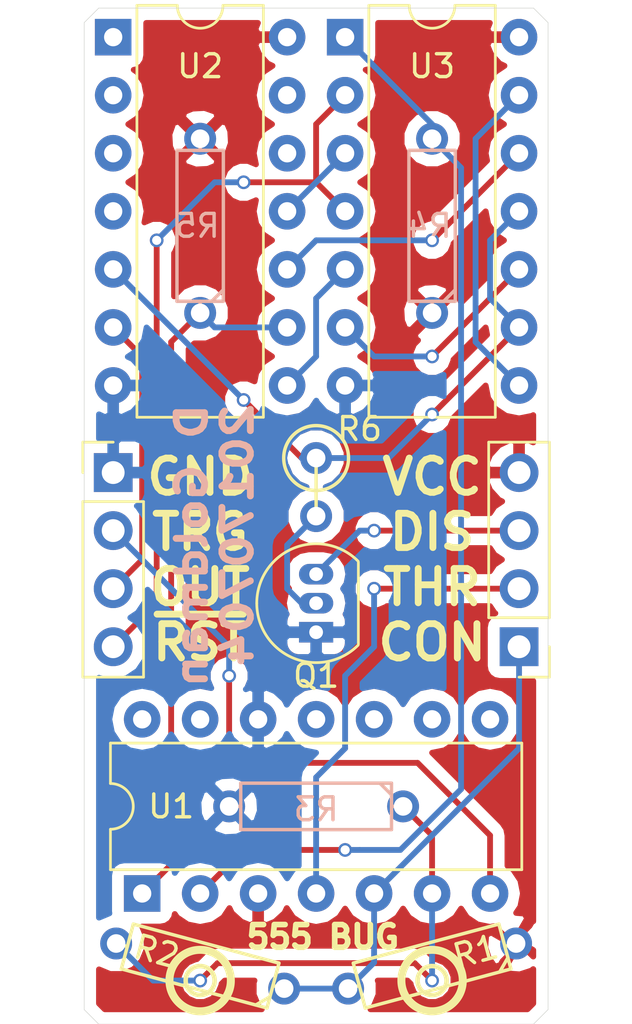
<source format=kicad_pcb>
(kicad_pcb (version 4) (host pcbnew 4.0.1-stable)

  (general
    (links 35)
    (no_connects 0)
    (area 141.592299 90.157299 161.937701 134.632701)
    (thickness 1.6)
    (drawings 18)
    (tracks 95)
    (zones 0)
    (modules 12)
    (nets 19)
  )

  (page A4)
  (layers
    (0 F.Cu signal)
    (31 B.Cu signal)
    (32 B.Adhes user)
    (33 F.Adhes user)
    (34 B.Paste user)
    (35 F.Paste user)
    (36 B.SilkS user)
    (37 F.SilkS user)
    (38 B.Mask user)
    (39 F.Mask user)
    (40 Dwgs.User user)
    (41 Cmts.User user)
    (42 Eco1.User user)
    (43 Eco2.User user)
    (44 Edge.Cuts user)
    (45 Margin user)
    (46 B.CrtYd user)
    (47 F.CrtYd user)
    (48 B.Fab user)
    (49 F.Fab user)
  )

  (setup
    (last_trace_width 0.254)
    (trace_clearance 0.2794)
    (zone_clearance 0.508)
    (zone_45_only yes)
    (trace_min 0.2)
    (segment_width 0.2)
    (edge_width 0.0254)
    (via_size 0.6)
    (via_drill 0.4)
    (via_min_size 0.4)
    (via_min_drill 0.3)
    (uvia_size 0.3)
    (uvia_drill 0.1)
    (uvias_allowed no)
    (uvia_min_size 0.2)
    (uvia_min_drill 0.1)
    (pcb_text_width 0.3)
    (pcb_text_size 1.5 1.5)
    (mod_edge_width 0.15)
    (mod_text_size 1 1)
    (mod_text_width 0.15)
    (pad_size 1.524 1.524)
    (pad_drill 0.762)
    (pad_to_mask_clearance 0.2)
    (aux_axis_origin 0 0)
    (visible_elements 7FFEFF7F)
    (pcbplotparams
      (layerselection 0x010f0_80000001)
      (usegerberextensions true)
      (excludeedgelayer true)
      (linewidth 0.025400)
      (plotframeref false)
      (viasonmask true)
      (mode 1)
      (useauxorigin false)
      (hpglpennumber 1)
      (hpglpenspeed 20)
      (hpglpendiameter 15)
      (hpglpenoverlay 2)
      (psnegative false)
      (psa4output false)
      (plotreference true)
      (plotvalue true)
      (plotinvisibletext false)
      (padsonsilk false)
      (subtractmaskfromsilk false)
      (outputformat 1)
      (mirror false)
      (drillshape 0)
      (scaleselection 1)
      (outputdirectory gerbers/))
  )

  (net 0 "")
  (net 1 GND)
  (net 2 VCC)
  (net 3 "Net-(Q1-Pad2)")
  (net 4 /DISCH)
  (net 5 /THRES)
  (net 6 /TRIG)
  (net 7 "Net-(R2-Pad2)")
  (net 8 /OUT)
  (net 9 /~RESET)
  (net 10 /CTRL)
  (net 11 "Net-(R4-Pad2)")
  (net 12 "Net-(R6-Pad1)")
  (net 13 "Net-(R5-Pad1)")
  (net 14 "Net-(U2-Pad8)")
  (net 15 "Net-(U2-Pad10)")
  (net 16 "Net-(U2-Pad11)")
  (net 17 "Net-(U3-Pad13)")
  (net 18 "Net-(U3-Pad10)")

  (net_class Default "This is the default net class."
    (clearance 0.2794)
    (trace_width 0.254)
    (via_dia 0.6)
    (via_drill 0.4)
    (uvia_dia 0.3)
    (uvia_drill 0.1)
    (add_net /CTRL)
    (add_net /DISCH)
    (add_net /OUT)
    (add_net /THRES)
    (add_net /TRIG)
    (add_net /~RESET)
    (add_net "Net-(Q1-Pad2)")
    (add_net "Net-(R2-Pad2)")
    (add_net "Net-(R4-Pad2)")
    (add_net "Net-(R5-Pad1)")
    (add_net "Net-(R6-Pad1)")
    (add_net "Net-(U2-Pad10)")
    (add_net "Net-(U2-Pad11)")
    (add_net "Net-(U2-Pad8)")
    (add_net "Net-(U3-Pad10)")
    (add_net "Net-(U3-Pad13)")
  )

  (net_class Power ""
    (clearance 0.2794)
    (trace_width 1.27)
    (via_dia 0.6)
    (via_drill 0.4)
    (uvia_dia 0.3)
    (uvia_drill 0.1)
    (add_net GND)
    (add_net VCC)
  )

  (module Housings_DIP:DIP-14_W7.62mm (layer F.Cu) (tedit 5955A405) (tstamp 59429F78)
    (at 144.145 128.905 90)
    (descr "14-lead dip package, row spacing 7.62 mm (300 mils)")
    (tags "DIL DIP PDIP 2.54mm 7.62mm 300mil")
    (path /593C285A)
    (fp_text reference U1 (at 3.81 1.27 360) (layer F.SilkS)
      (effects (font (size 1 1) (thickness 0.15)))
    )
    (fp_text value LM339 (at 3.81 17.63 90) (layer F.Fab)
      (effects (font (size 1 1) (thickness 0.15)))
    )
    (fp_text user %R (at 3.81 7.62 90) (layer F.Fab)
      (effects (font (size 1 1) (thickness 0.15)))
    )
    (fp_line (start 1.635 -1.27) (end 6.985 -1.27) (layer F.Fab) (width 0.1))
    (fp_line (start 6.985 -1.27) (end 6.985 16.51) (layer F.Fab) (width 0.1))
    (fp_line (start 6.985 16.51) (end 0.635 16.51) (layer F.Fab) (width 0.1))
    (fp_line (start 0.635 16.51) (end 0.635 -0.27) (layer F.Fab) (width 0.1))
    (fp_line (start 0.635 -0.27) (end 1.635 -1.27) (layer F.Fab) (width 0.1))
    (fp_line (start 2.81 -1.39) (end 1.04 -1.39) (layer F.SilkS) (width 0.12))
    (fp_line (start 1.04 -1.39) (end 1.04 16.63) (layer F.SilkS) (width 0.12))
    (fp_line (start 1.04 16.63) (end 6.58 16.63) (layer F.SilkS) (width 0.12))
    (fp_line (start 6.58 16.63) (end 6.58 -1.39) (layer F.SilkS) (width 0.12))
    (fp_line (start 6.58 -1.39) (end 4.81 -1.39) (layer F.SilkS) (width 0.12))
    (fp_line (start -1.1 -1.6) (end -1.1 16.8) (layer F.CrtYd) (width 0.05))
    (fp_line (start -1.1 16.8) (end 8.7 16.8) (layer F.CrtYd) (width 0.05))
    (fp_line (start 8.7 16.8) (end 8.7 -1.6) (layer F.CrtYd) (width 0.05))
    (fp_line (start 8.7 -1.6) (end -1.1 -1.6) (layer F.CrtYd) (width 0.05))
    (fp_arc (start 3.81 -1.39) (end 2.81 -1.39) (angle -180) (layer F.SilkS) (width 0.12))
    (pad 1 thru_hole rect (at 0 0 90) (size 1.6 1.6) (drill 0.8) (layers *.Cu *.Mask)
      (net 13 "Net-(R5-Pad1)"))
    (pad 8 thru_hole oval (at 7.62 15.24 90) (size 1.6 1.6) (drill 0.8) (layers *.Cu *.Mask))
    (pad 2 thru_hole oval (at 0 2.54 90) (size 1.6 1.6) (drill 0.8) (layers *.Cu *.Mask)
      (net 11 "Net-(R4-Pad2)"))
    (pad 9 thru_hole oval (at 7.62 12.7 90) (size 1.6 1.6) (drill 0.8) (layers *.Cu *.Mask))
    (pad 3 thru_hole oval (at 0 5.08 90) (size 1.6 1.6) (drill 0.8) (layers *.Cu *.Mask)
      (net 2 VCC))
    (pad 10 thru_hole oval (at 7.62 10.16 90) (size 1.6 1.6) (drill 0.8) (layers *.Cu *.Mask))
    (pad 4 thru_hole oval (at 0 7.62 90) (size 1.6 1.6) (drill 0.8) (layers *.Cu *.Mask)
      (net 5 /THRES))
    (pad 11 thru_hole oval (at 7.62 7.62 90) (size 1.6 1.6) (drill 0.8) (layers *.Cu *.Mask))
    (pad 5 thru_hole oval (at 0 10.16 90) (size 1.6 1.6) (drill 0.8) (layers *.Cu *.Mask)
      (net 10 /CTRL))
    (pad 12 thru_hole oval (at 7.62 5.08 90) (size 1.6 1.6) (drill 0.8) (layers *.Cu *.Mask)
      (net 1 GND))
    (pad 6 thru_hole oval (at 0 12.7 90) (size 1.6 1.6) (drill 0.8) (layers *.Cu *.Mask)
      (net 7 "Net-(R2-Pad2)"))
    (pad 13 thru_hole oval (at 7.62 2.54 90) (size 1.6 1.6) (drill 0.8) (layers *.Cu *.Mask))
    (pad 7 thru_hole oval (at 0 15.24 90) (size 1.6 1.6) (drill 0.8) (layers *.Cu *.Mask)
      (net 6 /TRIG))
    (pad 14 thru_hole oval (at 7.62 0 90) (size 1.6 1.6) (drill 0.8) (layers *.Cu *.Mask))
    (model ${KISYS3DMOD}/Housings_DIP.3dshapes/DIP-14_W7.62mm.wrl
      (at (xyz 0 0 0))
      (scale (xyz 1 1 1))
      (rotate (xyz 0 0 0))
    )
  )

  (module Housings_DIP:DIP-14_W7.62mm (layer F.Cu) (tedit 5942CB16) (tstamp 59429F89)
    (at 142.875 91.44)
    (descr "14-lead dip package, row spacing 7.62 mm (300 mils)")
    (tags "DIL DIP PDIP 2.54mm 7.62mm 300mil")
    (path /593DD28D)
    (fp_text reference U2 (at 3.81 1.27 180) (layer F.SilkS)
      (effects (font (size 1 1) (thickness 0.15)))
    )
    (fp_text value 74LS04 (at 3.81 17.63) (layer F.Fab)
      (effects (font (size 1 1) (thickness 0.15)))
    )
    (fp_text user %R (at 3.81 7.62) (layer F.Fab)
      (effects (font (size 1 1) (thickness 0.15)))
    )
    (fp_line (start 1.635 -1.27) (end 6.985 -1.27) (layer F.Fab) (width 0.1))
    (fp_line (start 6.985 -1.27) (end 6.985 16.51) (layer F.Fab) (width 0.1))
    (fp_line (start 6.985 16.51) (end 0.635 16.51) (layer F.Fab) (width 0.1))
    (fp_line (start 0.635 16.51) (end 0.635 -0.27) (layer F.Fab) (width 0.1))
    (fp_line (start 0.635 -0.27) (end 1.635 -1.27) (layer F.Fab) (width 0.1))
    (fp_line (start 2.81 -1.39) (end 1.04 -1.39) (layer F.SilkS) (width 0.12))
    (fp_line (start 1.04 -1.39) (end 1.04 16.63) (layer F.SilkS) (width 0.12))
    (fp_line (start 1.04 16.63) (end 6.58 16.63) (layer F.SilkS) (width 0.12))
    (fp_line (start 6.58 16.63) (end 6.58 -1.39) (layer F.SilkS) (width 0.12))
    (fp_line (start 6.58 -1.39) (end 4.81 -1.39) (layer F.SilkS) (width 0.12))
    (fp_line (start -1.1 -1.6) (end -1.1 16.8) (layer F.CrtYd) (width 0.05))
    (fp_line (start -1.1 16.8) (end 8.7 16.8) (layer F.CrtYd) (width 0.05))
    (fp_line (start 8.7 16.8) (end 8.7 -1.6) (layer F.CrtYd) (width 0.05))
    (fp_line (start 8.7 -1.6) (end -1.1 -1.6) (layer F.CrtYd) (width 0.05))
    (fp_arc (start 3.81 -1.39) (end 2.81 -1.39) (angle -180) (layer F.SilkS) (width 0.12))
    (pad 1 thru_hole rect (at 0 0) (size 1.6 1.6) (drill 0.8) (layers *.Cu *.Mask))
    (pad 8 thru_hole oval (at 7.62 15.24) (size 1.6 1.6) (drill 0.8) (layers *.Cu *.Mask)
      (net 14 "Net-(U2-Pad8)"))
    (pad 2 thru_hole oval (at 0 2.54) (size 1.6 1.6) (drill 0.8) (layers *.Cu *.Mask))
    (pad 9 thru_hole oval (at 7.62 12.7) (size 1.6 1.6) (drill 0.8) (layers *.Cu *.Mask)
      (net 13 "Net-(R5-Pad1)"))
    (pad 3 thru_hole oval (at 0 5.08) (size 1.6 1.6) (drill 0.8) (layers *.Cu *.Mask))
    (pad 10 thru_hole oval (at 7.62 10.16) (size 1.6 1.6) (drill 0.8) (layers *.Cu *.Mask)
      (net 15 "Net-(U2-Pad10)"))
    (pad 4 thru_hole oval (at 0 7.62) (size 1.6 1.6) (drill 0.8) (layers *.Cu *.Mask))
    (pad 11 thru_hole oval (at 7.62 7.62) (size 1.6 1.6) (drill 0.8) (layers *.Cu *.Mask)
      (net 16 "Net-(U2-Pad11)"))
    (pad 5 thru_hole oval (at 0 10.16) (size 1.6 1.6) (drill 0.8) (layers *.Cu *.Mask)
      (net 12 "Net-(R6-Pad1)"))
    (pad 12 thru_hole oval (at 7.62 5.08) (size 1.6 1.6) (drill 0.8) (layers *.Cu *.Mask))
    (pad 6 thru_hole oval (at 0 12.7) (size 1.6 1.6) (drill 0.8) (layers *.Cu *.Mask)
      (net 8 /OUT))
    (pad 13 thru_hole oval (at 7.62 2.54) (size 1.6 1.6) (drill 0.8) (layers *.Cu *.Mask))
    (pad 7 thru_hole oval (at 0 15.24) (size 1.6 1.6) (drill 0.8) (layers *.Cu *.Mask)
      (net 1 GND))
    (pad 14 thru_hole oval (at 7.62 0) (size 1.6 1.6) (drill 0.8) (layers *.Cu *.Mask)
      (net 2 VCC))
    (model ${KISYS3DMOD}/Housings_DIP.3dshapes/DIP-14_W7.62mm.wrl
      (at (xyz 0 0 0))
      (scale (xyz 1 1 1))
      (rotate (xyz 0 0 0))
    )
  )

  (module Pin_Headers:Pin_Header_Straight_1x04_Pitch2.54mm (layer F.Cu) (tedit 5942CAF8) (tstamp 59429F45)
    (at 142.875 110.49)
    (descr "Through hole straight pin header, 1x04, 2.54mm pitch, single row")
    (tags "Through hole pin header THT 1x04 2.54mm single row")
    (path /5942A05C)
    (fp_text reference P1 (at -2.54 -1.27) (layer F.SilkS) hide
      (effects (font (size 1 1) (thickness 0.15)))
    )
    (fp_text value CONN_01X04 (at 0 9.95) (layer F.Fab)
      (effects (font (size 1 1) (thickness 0.15)))
    )
    (fp_line (start -1.27 -1.27) (end -1.27 8.89) (layer F.Fab) (width 0.1))
    (fp_line (start -1.27 8.89) (end 1.27 8.89) (layer F.Fab) (width 0.1))
    (fp_line (start 1.27 8.89) (end 1.27 -1.27) (layer F.Fab) (width 0.1))
    (fp_line (start 1.27 -1.27) (end -1.27 -1.27) (layer F.Fab) (width 0.1))
    (fp_line (start -1.33 1.27) (end -1.33 8.95) (layer F.SilkS) (width 0.12))
    (fp_line (start -1.33 8.95) (end 1.33 8.95) (layer F.SilkS) (width 0.12))
    (fp_line (start 1.33 8.95) (end 1.33 1.27) (layer F.SilkS) (width 0.12))
    (fp_line (start 1.33 1.27) (end -1.33 1.27) (layer F.SilkS) (width 0.12))
    (fp_line (start -1.33 0) (end -1.33 -1.33) (layer F.SilkS) (width 0.12))
    (fp_line (start -1.33 -1.33) (end 0 -1.33) (layer F.SilkS) (width 0.12))
    (fp_line (start -1.8 -1.8) (end -1.8 9.4) (layer F.CrtYd) (width 0.05))
    (fp_line (start -1.8 9.4) (end 1.8 9.4) (layer F.CrtYd) (width 0.05))
    (fp_line (start 1.8 9.4) (end 1.8 -1.8) (layer F.CrtYd) (width 0.05))
    (fp_line (start 1.8 -1.8) (end -1.8 -1.8) (layer F.CrtYd) (width 0.05))
    (fp_text user %R (at -2.54 -1.27) (layer F.Fab) hide
      (effects (font (size 1 1) (thickness 0.15)))
    )
    (pad 1 thru_hole rect (at 0 0) (size 1.7 1.7) (drill 1) (layers *.Cu *.Mask)
      (net 1 GND))
    (pad 2 thru_hole oval (at 0 2.54) (size 1.7 1.7) (drill 1) (layers *.Cu *.Mask)
      (net 6 /TRIG))
    (pad 3 thru_hole oval (at 0 5.08) (size 1.7 1.7) (drill 1) (layers *.Cu *.Mask)
      (net 8 /OUT))
    (pad 4 thru_hole oval (at 0 7.62) (size 1.7 1.7) (drill 1) (layers *.Cu *.Mask)
      (net 9 /~RESET))
    (model ${KISYS3DMOD}/Pin_Headers.3dshapes/Pin_Header_Straight_1x04_Pitch2.54mm.wrl
      (at (xyz 0 -0.15 0))
      (scale (xyz 1 1 1))
      (rotate (xyz 0 0 90))
    )
  )

  (module Pin_Headers:Pin_Header_Straight_1x04_Pitch2.54mm (layer F.Cu) (tedit 5942CB03) (tstamp 59429F53)
    (at 160.655 118.11 180)
    (descr "Through hole straight pin header, 1x04, 2.54mm pitch, single row")
    (tags "Through hole pin header THT 1x04 2.54mm single row")
    (path /5942A0E9)
    (fp_text reference P2 (at 0 -2.33 180) (layer F.SilkS) hide
      (effects (font (size 1 1) (thickness 0.15)))
    )
    (fp_text value CONN_01X04 (at 0 9.95 180) (layer F.Fab)
      (effects (font (size 1 1) (thickness 0.15)))
    )
    (fp_line (start -1.27 -1.27) (end -1.27 8.89) (layer F.Fab) (width 0.1))
    (fp_line (start -1.27 8.89) (end 1.27 8.89) (layer F.Fab) (width 0.1))
    (fp_line (start 1.27 8.89) (end 1.27 -1.27) (layer F.Fab) (width 0.1))
    (fp_line (start 1.27 -1.27) (end -1.27 -1.27) (layer F.Fab) (width 0.1))
    (fp_line (start -1.33 1.27) (end -1.33 8.95) (layer F.SilkS) (width 0.12))
    (fp_line (start -1.33 8.95) (end 1.33 8.95) (layer F.SilkS) (width 0.12))
    (fp_line (start 1.33 8.95) (end 1.33 1.27) (layer F.SilkS) (width 0.12))
    (fp_line (start 1.33 1.27) (end -1.33 1.27) (layer F.SilkS) (width 0.12))
    (fp_line (start -1.33 0) (end -1.33 -1.33) (layer F.SilkS) (width 0.12))
    (fp_line (start -1.33 -1.33) (end 0 -1.33) (layer F.SilkS) (width 0.12))
    (fp_line (start -1.8 -1.8) (end -1.8 9.4) (layer F.CrtYd) (width 0.05))
    (fp_line (start -1.8 9.4) (end 1.8 9.4) (layer F.CrtYd) (width 0.05))
    (fp_line (start 1.8 9.4) (end 1.8 -1.8) (layer F.CrtYd) (width 0.05))
    (fp_line (start 1.8 -1.8) (end -1.8 -1.8) (layer F.CrtYd) (width 0.05))
    (fp_text user %R (at 0 -2.33 180) (layer F.Fab) hide
      (effects (font (size 1 1) (thickness 0.15)))
    )
    (pad 1 thru_hole rect (at 0 0 180) (size 1.7 1.7) (drill 1) (layers *.Cu *.Mask)
      (net 10 /CTRL))
    (pad 2 thru_hole oval (at 0 2.54 180) (size 1.7 1.7) (drill 1) (layers *.Cu *.Mask)
      (net 5 /THRES))
    (pad 3 thru_hole oval (at 0 5.08 180) (size 1.7 1.7) (drill 1) (layers *.Cu *.Mask)
      (net 4 /DISCH))
    (pad 4 thru_hole oval (at 0 7.62 180) (size 1.7 1.7) (drill 1) (layers *.Cu *.Mask)
      (net 2 VCC))
    (model ${KISYS3DMOD}/Pin_Headers.3dshapes/Pin_Header_Straight_1x04_Pitch2.54mm.wrl
      (at (xyz 0 -0.15 0))
      (scale (xyz 1 1 1))
      (rotate (xyz 0 0 90))
    )
  )

  (module TO_SOT_Packages_THT:TO-92_Inline_Narrow_Oval (layer F.Cu) (tedit 595A718D) (tstamp 59429F54)
    (at 151.765 117.475 90)
    (descr "TO-92 leads in-line, narrow, oval pads, drill 0.6mm (see NXP sot054_po.pdf)")
    (tags "to-92 sc-43 sc-43a sot54 PA33 transistor")
    (path /593C1F7D)
    (fp_text reference Q1 (at -1.905 0 180) (layer F.SilkS)
      (effects (font (size 1 1) (thickness 0.15)))
    )
    (fp_text value Q_NPN_EBC (at 1.27 2.79 90) (layer F.Fab)
      (effects (font (size 1 1) (thickness 0.15)))
    )
    (fp_text user %R (at 1.27 -3.56 90) (layer F.Fab)
      (effects (font (size 1 1) (thickness 0.15)))
    )
    (fp_line (start -0.53 1.85) (end 3.07 1.85) (layer F.SilkS) (width 0.12))
    (fp_line (start -0.5 1.75) (end 3 1.75) (layer F.Fab) (width 0.1))
    (fp_line (start -1.46 -2.73) (end 4 -2.73) (layer F.CrtYd) (width 0.05))
    (fp_line (start -1.46 -2.73) (end -1.46 2.01) (layer F.CrtYd) (width 0.05))
    (fp_line (start 4 2.01) (end 4 -2.73) (layer F.CrtYd) (width 0.05))
    (fp_line (start 4 2.01) (end -1.46 2.01) (layer F.CrtYd) (width 0.05))
    (fp_arc (start 1.27 0) (end 1.27 -2.48) (angle 135) (layer F.Fab) (width 0.1))
    (fp_arc (start 1.27 0) (end 1.27 -2.6) (angle -135) (layer F.SilkS) (width 0.12))
    (fp_arc (start 1.27 0) (end 1.27 -2.48) (angle -135) (layer F.Fab) (width 0.1))
    (fp_arc (start 1.27 0) (end 1.27 -2.6) (angle 135) (layer F.SilkS) (width 0.12))
    (pad 2 thru_hole oval (at 1.27 0 270) (size 0.9 1.5) (drill 0.6) (layers *.Cu *.Mask)
      (net 3 "Net-(Q1-Pad2)"))
    (pad 3 thru_hole oval (at 2.54 0 270) (size 0.9 1.5) (drill 0.6) (layers *.Cu *.Mask)
      (net 4 /DISCH))
    (pad 1 thru_hole rect (at 0 0 270) (size 0.9 1.5) (drill 0.6) (layers *.Cu *.Mask)
      (net 1 GND))
    (model ${KISYS3DMOD}/TO_SOT_Packages_THT.3dshapes/TO-92_Inline_Narrow_Oval.wrl
      (at (xyz 0.05 0 0))
      (scale (xyz 1 1 1))
      (rotate (xyz 0 0 -90))
    )
  )

  (module Housings_DIP:DIP-14_W7.62mm (layer F.Cu) (tedit 5942CB15) (tstamp 59429F9A)
    (at 153.035 91.44)
    (descr "14-lead dip package, row spacing 7.62 mm (300 mils)")
    (tags "DIL DIP PDIP 2.54mm 7.62mm 300mil")
    (path /593FF0CD)
    (fp_text reference U3 (at 3.81 1.27 180) (layer F.SilkS)
      (effects (font (size 1 1) (thickness 0.15)))
    )
    (fp_text value 7400 (at 3.81 17.63) (layer F.Fab)
      (effects (font (size 1 1) (thickness 0.15)))
    )
    (fp_text user %R (at 3.81 7.62) (layer F.Fab)
      (effects (font (size 1 1) (thickness 0.15)))
    )
    (fp_line (start 1.635 -1.27) (end 6.985 -1.27) (layer F.Fab) (width 0.1))
    (fp_line (start 6.985 -1.27) (end 6.985 16.51) (layer F.Fab) (width 0.1))
    (fp_line (start 6.985 16.51) (end 0.635 16.51) (layer F.Fab) (width 0.1))
    (fp_line (start 0.635 16.51) (end 0.635 -0.27) (layer F.Fab) (width 0.1))
    (fp_line (start 0.635 -0.27) (end 1.635 -1.27) (layer F.Fab) (width 0.1))
    (fp_line (start 2.81 -1.39) (end 1.04 -1.39) (layer F.SilkS) (width 0.12))
    (fp_line (start 1.04 -1.39) (end 1.04 16.63) (layer F.SilkS) (width 0.12))
    (fp_line (start 1.04 16.63) (end 6.58 16.63) (layer F.SilkS) (width 0.12))
    (fp_line (start 6.58 16.63) (end 6.58 -1.39) (layer F.SilkS) (width 0.12))
    (fp_line (start 6.58 -1.39) (end 4.81 -1.39) (layer F.SilkS) (width 0.12))
    (fp_line (start -1.1 -1.6) (end -1.1 16.8) (layer F.CrtYd) (width 0.05))
    (fp_line (start -1.1 16.8) (end 8.7 16.8) (layer F.CrtYd) (width 0.05))
    (fp_line (start 8.7 16.8) (end 8.7 -1.6) (layer F.CrtYd) (width 0.05))
    (fp_line (start 8.7 -1.6) (end -1.1 -1.6) (layer F.CrtYd) (width 0.05))
    (fp_arc (start 3.81 -1.39) (end 2.81 -1.39) (angle -180) (layer F.SilkS) (width 0.12))
    (pad 1 thru_hole rect (at 0 0) (size 1.6 1.6) (drill 0.8) (layers *.Cu *.Mask)
      (net 11 "Net-(R4-Pad2)"))
    (pad 8 thru_hole oval (at 7.62 15.24) (size 1.6 1.6) (drill 0.8) (layers *.Cu *.Mask)
      (net 17 "Net-(U3-Pad13)"))
    (pad 2 thru_hole oval (at 0 2.54) (size 1.6 1.6) (drill 0.8) (layers *.Cu *.Mask)
      (net 9 /~RESET))
    (pad 9 thru_hole oval (at 7.62 12.7) (size 1.6 1.6) (drill 0.8) (layers *.Cu *.Mask)
      (net 12 "Net-(R6-Pad1)"))
    (pad 3 thru_hole oval (at 0 5.08) (size 1.6 1.6) (drill 0.8) (layers *.Cu *.Mask)
      (net 16 "Net-(U2-Pad11)"))
    (pad 10 thru_hole oval (at 7.62 10.16) (size 1.6 1.6) (drill 0.8) (layers *.Cu *.Mask)
      (net 18 "Net-(U3-Pad10)"))
    (pad 4 thru_hole oval (at 0 7.62) (size 1.6 1.6) (drill 0.8) (layers *.Cu *.Mask)
      (net 9 /~RESET))
    (pad 11 thru_hole oval (at 7.62 7.62) (size 1.6 1.6) (drill 0.8) (layers *.Cu *.Mask)
      (net 12 "Net-(R6-Pad1)"))
    (pad 5 thru_hole oval (at 0 10.16) (size 1.6 1.6) (drill 0.8) (layers *.Cu *.Mask)
      (net 14 "Net-(U2-Pad8)"))
    (pad 12 thru_hole oval (at 7.62 5.08) (size 1.6 1.6) (drill 0.8) (layers *.Cu *.Mask)
      (net 15 "Net-(U2-Pad10)"))
    (pad 6 thru_hole oval (at 0 12.7) (size 1.6 1.6) (drill 0.8) (layers *.Cu *.Mask)
      (net 18 "Net-(U3-Pad10)"))
    (pad 13 thru_hole oval (at 7.62 2.54) (size 1.6 1.6) (drill 0.8) (layers *.Cu *.Mask)
      (net 17 "Net-(U3-Pad13)"))
    (pad 7 thru_hole oval (at 0 15.24) (size 1.6 1.6) (drill 0.8) (layers *.Cu *.Mask)
      (net 1 GND))
    (pad 14 thru_hole oval (at 7.62 0) (size 1.6 1.6) (drill 0.8) (layers *.Cu *.Mask)
      (net 2 VCC))
    (model ${KISYS3DMOD}/Housings_DIP.3dshapes/DIP-14_W7.62mm.wrl
      (at (xyz 0 0 0))
      (scale (xyz 1 1 1))
      (rotate (xyz 0 0 0))
    )
  )

  (module Discret:R3 (layer B.Cu) (tedit 0) (tstamp 5942B414)
    (at 151.765 125.095 180)
    (descr "Resitance 3 pas")
    (tags R)
    (path /593C2540)
    (fp_text reference R3 (at 0 -0.127 180) (layer B.SilkS)
      (effects (font (size 1 1) (thickness 0.15)) (justify mirror))
    )
    (fp_text value 5k (at 0 -0.127 180) (layer B.Fab)
      (effects (font (size 1 1) (thickness 0.15)) (justify mirror))
    )
    (fp_line (start -3.81 0) (end -3.302 0) (layer B.SilkS) (width 0.15))
    (fp_line (start 3.81 0) (end 3.302 0) (layer B.SilkS) (width 0.15))
    (fp_line (start 3.302 0) (end 3.302 1.016) (layer B.SilkS) (width 0.15))
    (fp_line (start 3.302 1.016) (end -3.302 1.016) (layer B.SilkS) (width 0.15))
    (fp_line (start -3.302 1.016) (end -3.302 -1.016) (layer B.SilkS) (width 0.15))
    (fp_line (start -3.302 -1.016) (end 3.302 -1.016) (layer B.SilkS) (width 0.15))
    (fp_line (start 3.302 -1.016) (end 3.302 0) (layer B.SilkS) (width 0.15))
    (fp_line (start -3.302 0.508) (end -2.794 1.016) (layer B.SilkS) (width 0.15))
    (pad 1 thru_hole circle (at -3.81 0 180) (size 1.397 1.397) (drill 0.8128) (layers *.Cu *.Mask)
      (net 7 "Net-(R2-Pad2)"))
    (pad 2 thru_hole circle (at 3.81 0 180) (size 1.397 1.397) (drill 0.8128) (layers *.Cu *.Mask)
      (net 1 GND))
    (model Discret.3dshapes/R3.wrl
      (at (xyz 0 0 0))
      (scale (xyz 0.3 0.3 0.3))
      (rotate (xyz 0 0 0))
    )
  )

  (module Discret:R3 (layer B.Cu) (tedit 5942CB97) (tstamp 5942B419)
    (at 156.845 99.695 90)
    (descr "Resitance 3 pas")
    (tags R)
    (path /59405E40)
    (fp_text reference R4 (at 0 -0.127 180) (layer B.SilkS)
      (effects (font (size 1 1) (thickness 0.15)) (justify mirror))
    )
    (fp_text value 1k (at 0 -0.127 90) (layer B.Fab)
      (effects (font (size 1 1) (thickness 0.15)) (justify mirror))
    )
    (fp_line (start -3.81 0) (end -3.302 0) (layer B.SilkS) (width 0.15))
    (fp_line (start 3.81 0) (end 3.302 0) (layer B.SilkS) (width 0.15))
    (fp_line (start 3.302 0) (end 3.302 1.016) (layer B.SilkS) (width 0.15))
    (fp_line (start 3.302 1.016) (end -3.302 1.016) (layer B.SilkS) (width 0.15))
    (fp_line (start -3.302 1.016) (end -3.302 -1.016) (layer B.SilkS) (width 0.15))
    (fp_line (start -3.302 -1.016) (end 3.302 -1.016) (layer B.SilkS) (width 0.15))
    (fp_line (start 3.302 -1.016) (end 3.302 0) (layer B.SilkS) (width 0.15))
    (fp_line (start -3.302 0.508) (end -2.794 1.016) (layer B.SilkS) (width 0.15))
    (pad 1 thru_hole circle (at -3.81 0 90) (size 1.397 1.397) (drill 0.8128) (layers *.Cu *.Mask)
      (net 2 VCC))
    (pad 2 thru_hole circle (at 3.81 0 90) (size 1.397 1.397) (drill 0.8128) (layers *.Cu *.Mask)
      (net 11 "Net-(R4-Pad2)"))
    (model Discret.3dshapes/R3.wrl
      (at (xyz 0 0 0))
      (scale (xyz 0.3 0.3 0.3))
      (rotate (xyz 0 0 0))
    )
  )

  (module Discret:R3 (layer F.Cu) (tedit 5955A5B1) (tstamp 5942BF34)
    (at 156.845 132.08 195)
    (descr "Resitance 3 pas")
    (tags R)
    (path /593FF25E)
    (fp_text reference R1 (at -2.004439 0.120313 195) (layer F.SilkS)
      (effects (font (size 1 1) (thickness 0.15)))
    )
    (fp_text value 5k (at 0 0.127 195) (layer F.Fab)
      (effects (font (size 1 1) (thickness 0.15)))
    )
    (fp_line (start -3.81 0) (end -3.302 0) (layer F.SilkS) (width 0.15))
    (fp_line (start 3.81 0) (end 3.302 0) (layer F.SilkS) (width 0.15))
    (fp_line (start 3.302 0) (end 3.302 -1.016) (layer F.SilkS) (width 0.15))
    (fp_line (start 3.302 -1.016) (end -3.302 -1.016) (layer F.SilkS) (width 0.15))
    (fp_line (start -3.302 -1.016) (end -3.302 1.016) (layer F.SilkS) (width 0.15))
    (fp_line (start -3.302 1.016) (end 3.302 1.016) (layer F.SilkS) (width 0.15))
    (fp_line (start 3.302 1.016) (end 3.302 0) (layer F.SilkS) (width 0.15))
    (fp_line (start -3.302 -0.508) (end -2.794 -1.016) (layer F.SilkS) (width 0.15))
    (pad 1 thru_hole circle (at -3.81 0 195) (size 1.397 1.397) (drill 0.8128) (layers *.Cu *.Mask)
      (net 2 VCC))
    (pad 2 thru_hole circle (at 3.81 0 195) (size 1.397 1.397) (drill 0.8128) (layers *.Cu *.Mask)
      (net 10 /CTRL))
    (model Discret.3dshapes/R3.wrl
      (at (xyz 0 0 0))
      (scale (xyz 0.3 0.3 0.3))
      (rotate (xyz 0 0 0))
    )
  )

  (module Discret:R3 (layer F.Cu) (tedit 5955A5B7) (tstamp 5942BF39)
    (at 146.685 132.08 165)
    (descr "Resitance 3 pas")
    (tags R)
    (path /593FF2A2)
    (fp_text reference R2 (at 2.004439 0.120313 165) (layer F.SilkS)
      (effects (font (size 1 1) (thickness 0.15)))
    )
    (fp_text value 5k (at 0 0.127 165) (layer F.Fab)
      (effects (font (size 1 1) (thickness 0.15)))
    )
    (fp_line (start -3.81 0) (end -3.302 0) (layer F.SilkS) (width 0.15))
    (fp_line (start 3.81 0) (end 3.302 0) (layer F.SilkS) (width 0.15))
    (fp_line (start 3.302 0) (end 3.302 -1.016) (layer F.SilkS) (width 0.15))
    (fp_line (start 3.302 -1.016) (end -3.302 -1.016) (layer F.SilkS) (width 0.15))
    (fp_line (start -3.302 -1.016) (end -3.302 1.016) (layer F.SilkS) (width 0.15))
    (fp_line (start -3.302 1.016) (end 3.302 1.016) (layer F.SilkS) (width 0.15))
    (fp_line (start 3.302 1.016) (end 3.302 0) (layer F.SilkS) (width 0.15))
    (fp_line (start -3.302 -0.508) (end -2.794 -1.016) (layer F.SilkS) (width 0.15))
    (pad 1 thru_hole circle (at -3.81 0 165) (size 1.397 1.397) (drill 0.8128) (layers *.Cu *.Mask)
      (net 10 /CTRL))
    (pad 2 thru_hole circle (at 3.81 0 165) (size 1.397 1.397) (drill 0.8128) (layers *.Cu *.Mask)
      (net 7 "Net-(R2-Pad2)"))
    (model Discret.3dshapes/R3.wrl
      (at (xyz 0 0 0))
      (scale (xyz 0.3 0.3 0.3))
      (rotate (xyz 0 0 0))
    )
  )

  (module Discret:R3 (layer B.Cu) (tedit 5942CB99) (tstamp 5942BF3E)
    (at 146.685 99.695 90)
    (descr "Resitance 3 pas")
    (tags R)
    (path /5940663D)
    (fp_text reference R5 (at 0 -0.127 180) (layer B.SilkS)
      (effects (font (size 1 1) (thickness 0.15)) (justify mirror))
    )
    (fp_text value 1k (at 0 -0.127 90) (layer B.Fab)
      (effects (font (size 1 1) (thickness 0.15)) (justify mirror))
    )
    (fp_line (start -3.81 0) (end -3.302 0) (layer B.SilkS) (width 0.15))
    (fp_line (start 3.81 0) (end 3.302 0) (layer B.SilkS) (width 0.15))
    (fp_line (start 3.302 0) (end 3.302 1.016) (layer B.SilkS) (width 0.15))
    (fp_line (start 3.302 1.016) (end -3.302 1.016) (layer B.SilkS) (width 0.15))
    (fp_line (start -3.302 1.016) (end -3.302 -1.016) (layer B.SilkS) (width 0.15))
    (fp_line (start -3.302 -1.016) (end 3.302 -1.016) (layer B.SilkS) (width 0.15))
    (fp_line (start 3.302 -1.016) (end 3.302 0) (layer B.SilkS) (width 0.15))
    (fp_line (start -3.302 0.508) (end -2.794 1.016) (layer B.SilkS) (width 0.15))
    (pad 1 thru_hole circle (at -3.81 0 90) (size 1.397 1.397) (drill 0.8128) (layers *.Cu *.Mask)
      (net 13 "Net-(R5-Pad1)"))
    (pad 2 thru_hole circle (at 3.81 0 90) (size 1.397 1.397) (drill 0.8128) (layers *.Cu *.Mask)
      (net 2 VCC))
    (model Discret.3dshapes/R3.wrl
      (at (xyz 0 0 0))
      (scale (xyz 0.3 0.3 0.3))
      (rotate (xyz 0 0 0))
    )
  )

  (module Discret:R1 (layer F.Cu) (tedit 595A71F0) (tstamp 5942C024)
    (at 151.765 111.125 270)
    (descr "Resistance verticale")
    (tags R)
    (path /59402FF1)
    (fp_text reference R6 (at -2.54 -1.905 360) (layer F.SilkS)
      (effects (font (size 1 1) (thickness 0.15)))
    )
    (fp_text value 2.2k (at -1.143 2.54 270) (layer F.Fab)
      (effects (font (size 1 1) (thickness 0.15)))
    )
    (fp_line (start -1.27 0) (end 1.27 0) (layer F.SilkS) (width 0.15))
    (fp_circle (center -1.27 0) (end -0.635 1.27) (layer F.SilkS) (width 0.15))
    (pad 1 thru_hole circle (at -1.27 0 270) (size 1.397 1.397) (drill 0.8128) (layers *.Cu *.Mask)
      (net 12 "Net-(R6-Pad1)"))
    (pad 2 thru_hole circle (at 1.27 0 270) (size 1.397 1.397) (drill 0.8128) (layers *.Cu *.Mask)
      (net 3 "Net-(Q1-Pad2)"))
    (model Discret.3dshapes/R1.wrl
      (at (xyz 0 0 0))
      (scale (xyz 1 1 1))
      (rotate (xyz 0 0 0))
    )
  )

  (gr_text "555 BUG" (at 148.59 130.81) (layer F.SilkS)
    (effects (font (size 0.992 0.992) (thickness 0.248)) (justify left))
  )
  (gr_text "D Goldman\n20170704" (at 147.32 107.315 90) (layer B.SilkS)
    (effects (font (size 1.246 1.5) (thickness 0.3)) (justify left mirror))
  )
  (gr_circle (center 156.845 132.715) (end 157.48 132.715) (layer F.SilkS) (width 0.2))
  (gr_circle (center 146.685 132.715) (end 147.32 132.715) (layer F.SilkS) (width 0.2))
  (gr_circle (center 146.685 132.715) (end 147.955 132.715) (layer F.SilkS) (width 0.2))
  (gr_circle (center 156.845 132.715) (end 158.115 132.715) (layer F.SilkS) (width 0.2))
  (gr_circle (center 156.845 132.715) (end 158.115 133.35) (layer F.SilkS) (width 0.2) (tstamp 5955701B))
  (gr_circle (center 146.685 132.715) (end 147.955 133.35) (layer F.SilkS) (width 0.2))
  (gr_line (start 141.605 133.985) (end 141.605 90.805) (angle 90) (layer Edge.Cuts) (width 0.0254))
  (gr_line (start 142.24 134.62) (end 141.605 133.985) (angle 90) (layer Edge.Cuts) (width 0.0254))
  (gr_line (start 161.29 134.62) (end 142.24 134.62) (angle 90) (layer Edge.Cuts) (width 0.0254))
  (gr_line (start 161.925 133.985) (end 161.29 134.62) (angle 90) (layer Edge.Cuts) (width 0.0254))
  (gr_line (start 161.925 90.805) (end 161.925 133.985) (angle 90) (layer Edge.Cuts) (width 0.0254))
  (gr_line (start 161.29 90.17) (end 161.925 90.805) (angle 90) (layer Edge.Cuts) (width 0.0254))
  (gr_line (start 142.24 90.17) (end 161.29 90.17) (angle 90) (layer Edge.Cuts) (width 0.0254))
  (gr_line (start 141.605 90.805) (end 142.24 90.17) (angle 90) (layer Edge.Cuts) (width 0.0254))
  (gr_text "VCC\nDIS\nTHR\nCON" (at 156.845 114.3) (layer F.SilkS)
    (effects (font (size 1.5 1.5) (thickness 0.3)))
  )
  (gr_text "GND\nTRG\nOUT\n~RST" (at 146.685 114.3) (layer F.SilkS)
    (effects (font (size 1.5 1.5) (thickness 0.3)))
  )

  (segment (start 151.765 116.205) (end 151.13 116.205) (width 0.254) (layer B.Cu) (net 3) (status 30))
  (segment (start 151.13 116.205) (end 150.495 115.57) (width 0.254) (layer B.Cu) (net 3) (tstamp 5955B87A) (status 10))
  (segment (start 150.495 113.665) (end 151.765 112.395) (width 0.254) (layer B.Cu) (net 3) (tstamp 5955B87D) (status 20))
  (segment (start 150.495 115.57) (end 150.495 113.665) (width 0.254) (layer B.Cu) (net 3) (tstamp 5955B87C))
  (segment (start 160.655 113.03) (end 154.305 113.03) (width 0.254) (layer F.Cu) (net 4) (status 10))
  (segment (start 153.67 113.03) (end 151.765 114.935) (width 0.254) (layer B.Cu) (net 4) (tstamp 595A700B) (status 20))
  (segment (start 154.305 113.03) (end 153.67 113.03) (width 0.254) (layer B.Cu) (net 4) (tstamp 595A700A))
  (via (at 154.305 113.03) (size 0.6) (drill 0.4) (layers F.Cu B.Cu) (net 4))
  (segment (start 154.305 115.57) (end 154.305 118.11) (width 0.254) (layer B.Cu) (net 5))
  (segment (start 154.305 118.11) (end 153.035 119.38) (width 0.254) (layer B.Cu) (net 5) (tstamp 595A70A2))
  (segment (start 160.655 115.57) (end 154.305 115.57) (width 0.254) (layer F.Cu) (net 5))
  (via (at 154.305 115.57) (size 0.6) (drill 0.4) (layers F.Cu B.Cu) (net 5))
  (segment (start 151.765 128.905) (end 151.765 123.825) (width 0.254) (layer B.Cu) (net 5))
  (segment (start 153.035 122.555) (end 153.035 119.38) (width 0.254) (layer B.Cu) (net 5) (tstamp 595A707E))
  (segment (start 151.765 123.825) (end 153.035 122.555) (width 0.254) (layer B.Cu) (net 5) (tstamp 595A707C))
  (segment (start 160.655 115.57) (end 160.02 115.57) (width 0.254) (layer B.Cu) (net 5) (status 30))
  (segment (start 159.385 128.905) (end 159.385 126.365) (width 0.254) (layer F.Cu) (net 6) (status 10))
  (segment (start 147.955 118.11) (end 142.875 113.03) (width 0.254) (layer B.Cu) (net 6) (tstamp 59567B73) (status 20))
  (segment (start 147.955 119.38) (end 147.955 118.11) (width 0.254) (layer B.Cu) (net 6) (tstamp 59567B72))
  (via (at 147.955 119.38) (size 0.6) (drill 0.4) (layers F.Cu B.Cu) (net 6))
  (segment (start 147.955 122.555) (end 147.955 119.38) (width 0.254) (layer F.Cu) (net 6) (tstamp 59567B6E))
  (segment (start 148.59 123.19) (end 147.955 122.555) (width 0.254) (layer F.Cu) (net 6) (tstamp 59567B6D))
  (segment (start 156.21 123.19) (end 148.59 123.19) (width 0.254) (layer F.Cu) (net 6) (tstamp 59567B67))
  (segment (start 159.385 126.365) (end 156.21 123.19) (width 0.254) (layer F.Cu) (net 6) (tstamp 59567B63))
  (segment (start 143.004823 131.093899) (end 144.625924 132.715) (width 0.254) (layer B.Cu) (net 7) (status 10))
  (segment (start 156.845 132.715) (end 156.845 128.905) (width 0.254) (layer B.Cu) (net 7) (tstamp 59567C23) (status 20))
  (via (at 156.845 132.715) (size 0.6) (drill 0.4) (layers F.Cu B.Cu) (net 7))
  (segment (start 156.083 131.953) (end 156.845 132.715) (width 0.254) (layer F.Cu) (net 7) (tstamp 59567C17))
  (segment (start 147.447 131.953) (end 156.083 131.953) (width 0.254) (layer F.Cu) (net 7) (tstamp 59567C09))
  (segment (start 146.685 132.715) (end 147.447 131.953) (width 0.254) (layer F.Cu) (net 7) (tstamp 59567C08))
  (via (at 146.685 132.715) (size 0.6) (drill 0.4) (layers F.Cu B.Cu) (net 7))
  (segment (start 144.625924 132.715) (end 146.685 132.715) (width 0.254) (layer B.Cu) (net 7) (tstamp 59567C03))
  (segment (start 156.845 128.905) (end 156.845 126.365) (width 0.254) (layer F.Cu) (net 7) (status 10))
  (segment (start 156.845 126.365) (end 155.575 125.095) (width 0.254) (layer F.Cu) (net 7) (tstamp 5955B949) (status 20))
  (segment (start 142.875 104.14) (end 144.145 105.41) (width 0.254) (layer F.Cu) (net 8) (status 10))
  (segment (start 144.145 114.3) (end 142.875 115.57) (width 0.254) (layer F.Cu) (net 8) (tstamp 5955B7BE) (status 20))
  (segment (start 144.145 105.41) (end 144.145 114.3) (width 0.254) (layer F.Cu) (net 8) (tstamp 5955B7BA))
  (segment (start 151.765 97.79) (end 148.59 97.79) (width 0.254) (layer F.Cu) (net 9))
  (segment (start 144.78 116.205) (end 142.875 118.11) (width 0.254) (layer F.Cu) (net 9) (tstamp 595A6D7F) (status 20))
  (segment (start 144.78 100.33) (end 144.78 116.205) (width 0.254) (layer F.Cu) (net 9) (tstamp 595A6D7E))
  (via (at 144.78 100.33) (size 0.6) (drill 0.4) (layers F.Cu B.Cu) (net 9))
  (segment (start 147.32 97.79) (end 144.78 100.33) (width 0.254) (layer B.Cu) (net 9) (tstamp 595A6D7A))
  (segment (start 148.59 97.79) (end 147.32 97.79) (width 0.254) (layer B.Cu) (net 9) (tstamp 595A6D79))
  (via (at 148.59 97.79) (size 0.6) (drill 0.4) (layers F.Cu B.Cu) (net 9))
  (segment (start 153.035 93.98) (end 151.765 95.25) (width 0.254) (layer F.Cu) (net 9) (status 10))
  (segment (start 151.765 95.25) (end 151.765 97.79) (width 0.254) (layer F.Cu) (net 9) (tstamp 595A6BA9))
  (segment (start 153.035 99.06) (end 151.765 97.79) (width 0.254) (layer F.Cu) (net 9) (status 10))
  (segment (start 160.655 118.11) (end 160.655 122.555) (width 0.254) (layer B.Cu) (net 10) (status 10))
  (segment (start 160.655 122.555) (end 154.305 128.905) (width 0.254) (layer B.Cu) (net 10) (tstamp 595A6B4B) (status 20))
  (segment (start 153.164823 133.066101) (end 154.305 131.925924) (width 0.254) (layer B.Cu) (net 10) (status 10))
  (segment (start 154.305 131.925924) (end 154.305 128.905) (width 0.254) (layer B.Cu) (net 10) (tstamp 5955B2A5) (status 20))
  (segment (start 150.365177 133.066101) (end 153.164823 133.066101) (width 0.254) (layer B.Cu) (net 10) (status 30))
  (segment (start 146.685 128.905) (end 148.59 127) (width 0.254) (layer F.Cu) (net 11))
  (segment (start 153.035 127) (end 153.67 127) (width 0.254) (layer B.Cu) (net 11) (tstamp 595A7067))
  (via (at 153.035 127) (size 0.6) (drill 0.4) (layers F.Cu B.Cu) (net 11))
  (segment (start 148.59 127) (end 153.035 127) (width 0.254) (layer F.Cu) (net 11) (tstamp 595A7060))
  (segment (start 153.67 127) (end 155.455656 127) (width 0.254) (layer B.Cu) (net 11) (tstamp 595A706A))
  (segment (start 156.845 95.885) (end 158.115 97.155) (width 0.254) (layer B.Cu) (net 11) (status 10))
  (segment (start 158.115 97.155) (end 158.115 124.340656) (width 0.254) (layer B.Cu) (net 11) (tstamp 595A6EAE))
  (segment (start 158.115 124.340656) (end 155.455656 127) (width 0.254) (layer B.Cu) (net 11) (tstamp 595A6EB0))
  (segment (start 153.035 91.44) (end 156.845 95.25) (width 0.254) (layer B.Cu) (net 11) (status 30))
  (segment (start 156.845 95.25) (end 156.845 95.885) (width 0.254) (layer B.Cu) (net 11) (tstamp 5955B712) (status 30))
  (segment (start 160.655 104.14) (end 156.845 107.95) (width 0.254) (layer F.Cu) (net 12) (status 10))
  (segment (start 154.94 109.855) (end 151.765 109.855) (width 0.254) (layer B.Cu) (net 12) (tstamp 595A6B15) (status 20))
  (segment (start 156.845 107.95) (end 154.94 109.855) (width 0.254) (layer B.Cu) (net 12) (tstamp 595A6B14))
  (via (at 156.845 107.95) (size 0.6) (drill 0.4) (layers F.Cu B.Cu) (net 12))
  (segment (start 160.655 99.06) (end 159.385 100.33) (width 0.254) (layer B.Cu) (net 12) (status 10))
  (segment (start 159.385 102.87) (end 160.655 104.14) (width 0.254) (layer B.Cu) (net 12) (tstamp 595A6AD0) (status 20))
  (segment (start 159.385 100.33) (end 159.385 102.87) (width 0.254) (layer B.Cu) (net 12) (tstamp 595A6ACE))
  (segment (start 142.875 101.6) (end 148.59 107.315) (width 0.254) (layer B.Cu) (net 12) (status 10))
  (segment (start 148.59 107.315) (end 151.13 109.855) (width 0.254) (layer F.Cu) (net 12) (tstamp 5955B8C9) (status 20))
  (via (at 148.59 107.315) (size 0.6) (drill 0.4) (layers F.Cu B.Cu) (net 12))
  (segment (start 151.13 109.855) (end 151.765 109.855) (width 0.254) (layer F.Cu) (net 12) (tstamp 5955B8CA) (status 30))
  (segment (start 151.13 109.855) (end 151.765 109.855) (width 0.254) (layer B.Cu) (net 12) (tstamp 5955B794) (status 30))
  (segment (start 146.685 103.505) (end 145.415 104.775) (width 0.254) (layer F.Cu) (net 13) (status 10))
  (segment (start 145.415 127.635) (end 144.145 128.905) (width 0.254) (layer F.Cu) (net 13) (tstamp 5955BA6D) (status 20))
  (segment (start 145.415 104.775) (end 145.415 127.635) (width 0.254) (layer F.Cu) (net 13) (tstamp 5955BA64))
  (segment (start 146.685 103.505) (end 147.32 104.14) (width 0.254) (layer B.Cu) (net 13) (status 10))
  (segment (start 147.32 104.14) (end 150.495 104.14) (width 0.254) (layer B.Cu) (net 13) (tstamp 5955B72F) (status 20))
  (segment (start 150.495 106.68) (end 151.765 105.41) (width 0.254) (layer B.Cu) (net 14) (status 10))
  (segment (start 151.765 102.87) (end 153.035 101.6) (width 0.254) (layer B.Cu) (net 14) (tstamp 5955B737) (status 20))
  (segment (start 151.765 105.41) (end 151.765 102.87) (width 0.254) (layer B.Cu) (net 14) (tstamp 5955B735))
  (segment (start 160.655 96.52) (end 156.845 100.33) (width 0.254) (layer F.Cu) (net 15) (status 10))
  (segment (start 151.765 100.33) (end 150.495 101.6) (width 0.254) (layer B.Cu) (net 15) (tstamp 5955B785) (status 20))
  (segment (start 156.845 100.33) (end 151.765 100.33) (width 0.254) (layer B.Cu) (net 15) (tstamp 5955B784))
  (via (at 156.845 100.33) (size 0.6) (drill 0.4) (layers F.Cu B.Cu) (net 15))
  (segment (start 153.035 96.52) (end 150.495 99.06) (width 0.254) (layer B.Cu) (net 16) (status 30))
  (segment (start 160.655 106.68) (end 158.75 104.775) (width 0.254) (layer B.Cu) (net 17) (status 10))
  (segment (start 158.75 95.885) (end 160.655 93.98) (width 0.254) (layer B.Cu) (net 17) (tstamp 595A6ADA) (status 20))
  (segment (start 158.75 104.775) (end 158.75 95.885) (width 0.254) (layer B.Cu) (net 17) (tstamp 595A6AD6))
  (segment (start 160.655 101.6) (end 156.845 105.41) (width 0.254) (layer F.Cu) (net 18) (status 10))
  (segment (start 154.305 105.41) (end 153.035 104.14) (width 0.254) (layer B.Cu) (net 18) (tstamp 595A6B0A) (status 20))
  (segment (start 156.845 105.41) (end 154.305 105.41) (width 0.254) (layer B.Cu) (net 18) (tstamp 595A6B09))
  (via (at 156.845 105.41) (size 0.6) (drill 0.4) (layers F.Cu B.Cu) (net 18))
  (segment (start 160.655 101.6) (end 160.655 102.235) (width 0.254) (layer F.Cu) (net 18) (status 30))

  (zone (net 2) (net_name VCC) (layer F.Cu) (tstamp 5942B8AB) (hatch edge 0.508)
    (connect_pads (clearance 0.508))
    (min_thickness 0.254)
    (fill yes (arc_segments 16) (thermal_gap 0.508) (thermal_bridge_width 0.508))
    (polygon
      (pts
        (xy 141.605 90.17) (xy 161.925 90.17) (xy 161.925 134.62) (xy 141.605 134.62)
      )
    )
    (filled_polygon
      (pts
        (xy 149.103096 91.090961) (xy 149.225085 91.313) (xy 150.368 91.313) (xy 150.368 91.293) (xy 150.622 91.293)
        (xy 150.622 91.313) (xy 150.642 91.313) (xy 150.642 91.567) (xy 150.622 91.567) (xy 150.622 91.587)
        (xy 150.368 91.587) (xy 150.368 91.567) (xy 149.225085 91.567) (xy 149.103096 91.789039) (xy 149.263959 92.177423)
        (xy 149.639866 92.592389) (xy 149.856703 92.695014) (xy 149.452189 92.965302) (xy 149.14112 93.430849) (xy 149.031887 93.98)
        (xy 149.14112 94.529151) (xy 149.452189 94.994698) (xy 149.834275 95.25) (xy 149.452189 95.505302) (xy 149.14112 95.970849)
        (xy 149.031887 96.52) (xy 149.128572 97.006067) (xy 149.120327 96.997808) (xy 148.776799 96.855162) (xy 148.404833 96.854838)
        (xy 148.061057 96.996883) (xy 147.797808 97.259673) (xy 147.655162 97.603201) (xy 147.654838 97.975167) (xy 147.796883 98.318943)
        (xy 148.059673 98.582192) (xy 148.403201 98.724838) (xy 148.775167 98.725162) (xy 149.118943 98.583117) (xy 149.128678 98.573399)
        (xy 149.031887 99.06) (xy 149.14112 99.609151) (xy 149.452189 100.074698) (xy 149.834275 100.33) (xy 149.452189 100.585302)
        (xy 149.14112 101.050849) (xy 149.031887 101.6) (xy 149.14112 102.149151) (xy 149.452189 102.614698) (xy 149.834275 102.87)
        (xy 149.452189 103.125302) (xy 149.14112 103.590849) (xy 149.031887 104.14) (xy 149.14112 104.689151) (xy 149.452189 105.154698)
        (xy 149.834275 105.41) (xy 149.452189 105.665302) (xy 149.14112 106.130849) (xy 149.067516 106.500879) (xy 148.776799 106.380162)
        (xy 148.404833 106.379838) (xy 148.061057 106.521883) (xy 147.797808 106.784673) (xy 147.655162 107.128201) (xy 147.654838 107.500167)
        (xy 147.796883 107.843943) (xy 148.059673 108.107192) (xy 148.403201 108.249838) (xy 148.447246 108.249876) (xy 150.512113 110.314744)
        (xy 150.633854 110.60938) (xy 151.008647 110.984827) (xy 151.346446 111.125094) (xy 151.01062 111.263854) (xy 150.635173 111.638647)
        (xy 150.431732 112.128587) (xy 150.431269 112.659086) (xy 150.633854 113.14938) (xy 151.008647 113.524827) (xy 151.498587 113.728268)
        (xy 152.029086 113.728731) (xy 152.51938 113.526146) (xy 152.894827 113.151353) (xy 153.098268 112.661413) (xy 153.098731 112.130914)
        (xy 152.896146 111.64062) (xy 152.521353 111.265173) (xy 152.183554 111.124906) (xy 152.51938 110.986146) (xy 152.894827 110.611353)
        (xy 153.09341 110.13311) (xy 159.213524 110.13311) (xy 159.334845 110.363) (xy 160.528 110.363) (xy 160.528 109.169181)
        (xy 160.298108 109.048514) (xy 159.773642 109.294817) (xy 159.383355 109.723076) (xy 159.213524 110.13311) (xy 153.09341 110.13311)
        (xy 153.098268 110.121413) (xy 153.098731 109.590914) (xy 152.896146 109.10062) (xy 152.521353 108.725173) (xy 152.031413 108.521732)
        (xy 151.500914 108.521269) (xy 151.057227 108.704596) (xy 150.467631 108.115) (xy 150.523113 108.115) (xy 151.072264 108.005767)
        (xy 151.537811 107.694698) (xy 151.765 107.354686) (xy 151.992189 107.694698) (xy 152.457736 108.005767) (xy 153.006887 108.115)
        (xy 153.063113 108.115) (xy 153.612264 108.005767) (xy 154.077811 107.694698) (xy 154.38888 107.229151) (xy 154.498113 106.68)
        (xy 154.38888 106.130849) (xy 154.077811 105.665302) (xy 153.695725 105.41) (xy 154.077811 105.154698) (xy 154.38888 104.689151)
        (xy 154.498113 104.14) (xy 154.38888 103.590849) (xy 154.20288 103.31248) (xy 155.499073 103.31248) (xy 155.527852 103.842199)
        (xy 155.6752 104.197929) (xy 155.910812 104.259583) (xy 156.665395 103.505) (xy 155.910812 102.750417) (xy 155.6752 102.812071)
        (xy 155.499073 103.31248) (xy 154.20288 103.31248) (xy 154.077811 103.125302) (xy 153.695725 102.87) (xy 154.077811 102.614698)
        (xy 154.107134 102.570812) (xy 156.090417 102.570812) (xy 156.845 103.325395) (xy 157.599583 102.570812) (xy 157.537929 102.3352)
        (xy 157.03752 102.159073) (xy 156.507801 102.187852) (xy 156.152071 102.3352) (xy 156.090417 102.570812) (xy 154.107134 102.570812)
        (xy 154.38888 102.149151) (xy 154.498113 101.6) (xy 154.38888 101.050849) (xy 154.077811 100.585302) (xy 153.695725 100.33)
        (xy 154.077811 100.074698) (xy 154.38888 99.609151) (xy 154.498113 99.06) (xy 154.38888 98.510849) (xy 154.077811 98.045302)
        (xy 153.695725 97.79) (xy 154.077811 97.534698) (xy 154.38888 97.069151) (xy 154.498113 96.52) (xy 154.424334 96.149086)
        (xy 155.511269 96.149086) (xy 155.713854 96.63938) (xy 156.088647 97.014827) (xy 156.578587 97.218268) (xy 157.109086 97.218731)
        (xy 157.59938 97.016146) (xy 157.974827 96.641353) (xy 158.178268 96.151413) (xy 158.178731 95.620914) (xy 157.976146 95.13062)
        (xy 157.601353 94.755173) (xy 157.111413 94.551732) (xy 156.580914 94.551269) (xy 156.09062 94.753854) (xy 155.715173 95.128647)
        (xy 155.511732 95.618587) (xy 155.511269 96.149086) (xy 154.424334 96.149086) (xy 154.38888 95.970849) (xy 154.077811 95.505302)
        (xy 153.695725 95.25) (xy 154.077811 94.994698) (xy 154.38888 94.529151) (xy 154.498113 93.98) (xy 154.38888 93.430849)
        (xy 154.077811 92.965302) (xy 153.933535 92.868899) (xy 154.070317 92.843162) (xy 154.286441 92.70409) (xy 154.431431 92.49189)
        (xy 154.48244 92.24) (xy 154.48244 90.8177) (xy 159.376277 90.8177) (xy 159.263096 91.090961) (xy 159.385085 91.313)
        (xy 160.528 91.313) (xy 160.528 91.293) (xy 160.782 91.293) (xy 160.782 91.313) (xy 160.802 91.313)
        (xy 160.802 91.567) (xy 160.782 91.567) (xy 160.782 91.587) (xy 160.528 91.587) (xy 160.528 91.567)
        (xy 159.385085 91.567) (xy 159.263096 91.789039) (xy 159.423959 92.177423) (xy 159.799866 92.592389) (xy 160.016703 92.695014)
        (xy 159.612189 92.965302) (xy 159.30112 93.430849) (xy 159.191887 93.98) (xy 159.30112 94.529151) (xy 159.612189 94.994698)
        (xy 159.994275 95.25) (xy 159.612189 95.505302) (xy 159.30112 95.970849) (xy 159.191887 96.52) (xy 159.255843 96.841527)
        (xy 156.702495 99.394875) (xy 156.659833 99.394838) (xy 156.316057 99.536883) (xy 156.052808 99.799673) (xy 155.910162 100.143201)
        (xy 155.909838 100.515167) (xy 156.051883 100.858943) (xy 156.314673 101.122192) (xy 156.658201 101.264838) (xy 157.030167 101.265162)
        (xy 157.373943 101.123117) (xy 157.637192 100.860327) (xy 157.779838 100.516799) (xy 157.779876 100.472754) (xy 159.19201 99.06062)
        (xy 159.30112 99.609151) (xy 159.612189 100.074698) (xy 159.994275 100.33) (xy 159.612189 100.585302) (xy 159.30112 101.050849)
        (xy 159.191887 101.6) (xy 159.255843 101.921527) (xy 158.117459 103.059911) (xy 158.0148 102.812071) (xy 157.779188 102.750417)
        (xy 157.024605 103.505) (xy 157.038748 103.519143) (xy 156.859143 103.698748) (xy 156.845 103.684605) (xy 156.090417 104.439188)
        (xy 156.152071 104.6748) (xy 156.230416 104.702375) (xy 156.052808 104.879673) (xy 155.910162 105.223201) (xy 155.909838 105.595167)
        (xy 156.051883 105.938943) (xy 156.314673 106.202192) (xy 156.658201 106.344838) (xy 157.030167 106.345162) (xy 157.373943 106.203117)
        (xy 157.637192 105.940327) (xy 157.779838 105.596799) (xy 157.779876 105.552754) (xy 159.19201 104.14062) (xy 159.255843 104.461527)
        (xy 156.702495 107.014875) (xy 156.659833 107.014838) (xy 156.316057 107.156883) (xy 156.052808 107.419673) (xy 155.910162 107.763201)
        (xy 155.909838 108.135167) (xy 156.051883 108.478943) (xy 156.314673 108.742192) (xy 156.658201 108.884838) (xy 157.030167 108.885162)
        (xy 157.373943 108.743117) (xy 157.637192 108.480327) (xy 157.779838 108.136799) (xy 157.779876 108.092754) (xy 159.19201 106.68062)
        (xy 159.30112 107.229151) (xy 159.612189 107.694698) (xy 160.077736 108.005767) (xy 160.626887 108.115) (xy 160.683113 108.115)
        (xy 161.232264 108.005767) (xy 161.2773 107.975675) (xy 161.2773 109.173157) (xy 161.011892 109.048514) (xy 160.782 109.169181)
        (xy 160.782 110.363) (xy 160.802 110.363) (xy 160.802 110.617) (xy 160.782 110.617) (xy 160.782 110.637)
        (xy 160.528 110.637) (xy 160.528 110.617) (xy 159.334845 110.617) (xy 159.213524 110.84689) (xy 159.383355 111.256924)
        (xy 159.773642 111.685183) (xy 159.916553 111.752298) (xy 159.575853 111.979946) (xy 159.383382 112.268) (xy 154.865466 112.268)
        (xy 154.835327 112.237808) (xy 154.491799 112.095162) (xy 154.119833 112.094838) (xy 153.776057 112.236883) (xy 153.512808 112.499673)
        (xy 153.370162 112.843201) (xy 153.369838 113.215167) (xy 153.511883 113.558943) (xy 153.774673 113.822192) (xy 154.118201 113.964838)
        (xy 154.490167 113.965162) (xy 154.833943 113.823117) (xy 154.865114 113.792) (xy 159.383382 113.792) (xy 159.575853 114.080054)
        (xy 159.905026 114.3) (xy 159.575853 114.519946) (xy 159.383382 114.808) (xy 154.865466 114.808) (xy 154.835327 114.777808)
        (xy 154.491799 114.635162) (xy 154.119833 114.634838) (xy 153.776057 114.776883) (xy 153.512808 115.039673) (xy 153.370162 115.383201)
        (xy 153.369838 115.755167) (xy 153.511883 116.098943) (xy 153.774673 116.362192) (xy 154.118201 116.504838) (xy 154.490167 116.505162)
        (xy 154.833943 116.363117) (xy 154.865114 116.332) (xy 159.383382 116.332) (xy 159.575853 116.620054) (xy 159.617452 116.64785)
        (xy 159.569683 116.656838) (xy 159.353559 116.79591) (xy 159.208569 117.00811) (xy 159.15756 117.26) (xy 159.15756 118.96)
        (xy 159.201838 119.195317) (xy 159.34091 119.411441) (xy 159.55311 119.556431) (xy 159.805 119.60744) (xy 161.2773 119.60744)
        (xy 161.2773 130.122979) (xy 161.232233 130.123243) (xy 161.117497 130.321971) (xy 160.539318 130.90015) (xy 160.718926 131.079758)
        (xy 160.732014 131.06667) (xy 161.2773 131.381491) (xy 161.2773 131.666414) (xy 160.718926 131.10804) (xy 160.539318 131.287648)
        (xy 160.552406 131.300736) (xy 160.038092 132.191555) (xy 160.158626 132.403182) (xy 160.687569 132.443792) (xy 161.191789 132.278893)
        (xy 161.2773 132.213278) (xy 161.2773 133.716714) (xy 161.021714 133.9723) (xy 154.144543 133.9723) (xy 154.29465 133.822454)
        (xy 154.498091 133.332514) (xy 154.498554 132.802015) (xy 154.4626 132.715) (xy 155.76737 132.715) (xy 155.909875 132.857506)
        (xy 155.909838 132.900167) (xy 156.051883 133.243943) (xy 156.314673 133.507192) (xy 156.658201 133.649838) (xy 157.030167 133.650162)
        (xy 157.373943 133.508117) (xy 157.637192 133.245327) (xy 157.779838 132.901799) (xy 157.780162 132.529833) (xy 157.638117 132.186057)
        (xy 157.375327 131.922808) (xy 157.031799 131.780162) (xy 156.987754 131.780124) (xy 156.621814 131.414184) (xy 156.385511 131.256291)
        (xy 159.175284 131.256291) (xy 159.340183 131.760511) (xy 159.48727 131.952198) (xy 159.475732 131.963736) (xy 159.56337 132.051374)
        (xy 159.57458 132.065983) (xy 159.577959 132.065963) (xy 159.65534 132.143344) (xy 159.733634 132.06505) (xy 159.818121 132.064555)
        (xy 159.932857 131.865827) (xy 160.511036 131.287648) (xy 160.331428 131.10804) (xy 160.31834 131.121128) (xy 159.427521 130.606814)
        (xy 159.215894 130.727348) (xy 159.175284 131.256291) (xy 156.385511 131.256291) (xy 156.374605 131.249004) (xy 156.083 131.191)
        (xy 147.447 131.191) (xy 147.155395 131.249004) (xy 147.056377 131.315166) (xy 146.908185 131.414184) (xy 146.542494 131.779875)
        (xy 146.499833 131.779838) (xy 146.156057 131.921883) (xy 145.892808 132.184673) (xy 145.750162 132.528201) (xy 145.749838 132.900167)
        (xy 145.891883 133.243943) (xy 146.154673 133.507192) (xy 146.498201 133.649838) (xy 146.870167 133.650162) (xy 147.213943 133.508117)
        (xy 147.477192 133.245327) (xy 147.619838 132.901799) (xy 147.619876 132.857754) (xy 147.762631 132.715) (xy 149.067075 132.715)
        (xy 149.031909 132.799688) (xy 149.031446 133.330187) (xy 149.234031 133.820481) (xy 149.385586 133.9723) (xy 142.508286 133.9723)
        (xy 142.2527 133.716714) (xy 142.2527 132.225482) (xy 142.73841 132.427167) (xy 143.268909 132.42763) (xy 143.759203 132.225045)
        (xy 144.13465 131.850252) (xy 144.338091 131.360312) (xy 144.338554 130.829813) (xy 144.141308 130.35244) (xy 144.945 130.35244)
        (xy 145.180317 130.308162) (xy 145.396441 130.16909) (xy 145.541431 129.95689) (xy 145.572815 129.801911) (xy 145.670302 129.947811)
        (xy 146.135849 130.25888) (xy 146.685 130.368113) (xy 147.234151 130.25888) (xy 147.699698 129.947811) (xy 147.969986 129.543297)
        (xy 148.072611 129.760134) (xy 148.487577 130.136041) (xy 148.875961 130.296904) (xy 149.098 130.174915) (xy 149.098 129.032)
        (xy 149.078 129.032) (xy 149.078 128.778) (xy 149.098 128.778) (xy 149.098 128.758) (xy 149.352 128.758)
        (xy 149.352 128.778) (xy 149.372 128.778) (xy 149.372 129.032) (xy 149.352 129.032) (xy 149.352 130.174915)
        (xy 149.574039 130.296904) (xy 149.962423 130.136041) (xy 150.377389 129.760134) (xy 150.480014 129.543297) (xy 150.750302 129.947811)
        (xy 151.215849 130.25888) (xy 151.765 130.368113) (xy 152.314151 130.25888) (xy 152.779698 129.947811) (xy 153.035 129.565725)
        (xy 153.290302 129.947811) (xy 153.755849 130.25888) (xy 154.305 130.368113) (xy 154.854151 130.25888) (xy 155.319698 129.947811)
        (xy 155.575 129.565725) (xy 155.830302 129.947811) (xy 156.295849 130.25888) (xy 156.845 130.368113) (xy 157.394151 130.25888)
        (xy 157.859698 129.947811) (xy 158.115 129.565725) (xy 158.370302 129.947811) (xy 158.835849 130.25888) (xy 159.385 130.368113)
        (xy 159.554214 130.334454) (xy 159.554521 130.386843) (xy 159.753249 130.501579) (xy 160.331428 131.079758) (xy 160.511036 130.90015)
        (xy 160.497948 130.887062) (xy 161.012262 129.996243) (xy 160.891728 129.784616) (xy 160.52743 129.756647) (xy 160.710767 129.482264)
        (xy 160.82 128.933113) (xy 160.82 128.876887) (xy 160.710767 128.327736) (xy 160.399698 127.862189) (xy 160.147 127.693341)
        (xy 160.147 126.365) (xy 160.088996 126.073395) (xy 159.923815 125.826185) (xy 156.84562 122.74799) (xy 157.394151 122.63888)
        (xy 157.859698 122.327811) (xy 158.115 121.945725) (xy 158.370302 122.327811) (xy 158.835849 122.63888) (xy 159.385 122.748113)
        (xy 159.934151 122.63888) (xy 160.399698 122.327811) (xy 160.710767 121.862264) (xy 160.82 121.313113) (xy 160.82 121.256887)
        (xy 160.710767 120.707736) (xy 160.399698 120.242189) (xy 159.934151 119.93112) (xy 159.385 119.821887) (xy 158.835849 119.93112)
        (xy 158.370302 120.242189) (xy 158.115 120.624275) (xy 157.859698 120.242189) (xy 157.394151 119.93112) (xy 156.845 119.821887)
        (xy 156.295849 119.93112) (xy 155.830302 120.242189) (xy 155.575 120.624275) (xy 155.319698 120.242189) (xy 154.854151 119.93112)
        (xy 154.305 119.821887) (xy 153.755849 119.93112) (xy 153.290302 120.242189) (xy 153.035 120.624275) (xy 152.779698 120.242189)
        (xy 152.314151 119.93112) (xy 151.765 119.821887) (xy 151.215849 119.93112) (xy 150.750302 120.242189) (xy 150.495 120.624275)
        (xy 150.239698 120.242189) (xy 149.774151 119.93112) (xy 149.225 119.821887) (xy 148.738933 119.918572) (xy 148.747192 119.910327)
        (xy 148.889838 119.566799) (xy 148.890162 119.194833) (xy 148.748117 118.851057) (xy 148.485327 118.587808) (xy 148.141799 118.445162)
        (xy 147.769833 118.444838) (xy 147.426057 118.586883) (xy 147.162808 118.849673) (xy 147.020162 119.193201) (xy 147.019838 119.565167)
        (xy 147.161883 119.908943) (xy 147.171601 119.918678) (xy 146.685 119.821887) (xy 146.177 119.922935) (xy 146.177 114.935)
        (xy 150.352866 114.935) (xy 150.435457 115.350212) (xy 150.582315 115.57) (xy 150.435457 115.789788) (xy 150.352866 116.205)
        (xy 150.435457 116.620212) (xy 150.478759 116.685019) (xy 150.418569 116.77311) (xy 150.36756 117.025) (xy 150.36756 117.925)
        (xy 150.411838 118.160317) (xy 150.55091 118.376441) (xy 150.76311 118.521431) (xy 151.015 118.57244) (xy 152.515 118.57244)
        (xy 152.750317 118.528162) (xy 152.966441 118.38909) (xy 153.111431 118.17689) (xy 153.16244 117.925) (xy 153.16244 117.025)
        (xy 153.118162 116.789683) (xy 153.051022 116.685345) (xy 153.094543 116.620212) (xy 153.177134 116.205) (xy 153.094543 115.789788)
        (xy 152.947685 115.57) (xy 153.094543 115.350212) (xy 153.177134 114.935) (xy 153.094543 114.519788) (xy 152.859345 114.167789)
        (xy 152.507346 113.932591) (xy 152.092134 113.85) (xy 151.437866 113.85) (xy 151.022654 113.932591) (xy 150.670655 114.167789)
        (xy 150.435457 114.519788) (xy 150.352866 114.935) (xy 146.177 114.935) (xy 146.177 105.09063) (xy 146.429353 104.838277)
        (xy 146.949086 104.838731) (xy 147.43938 104.636146) (xy 147.814827 104.261353) (xy 148.018268 103.771413) (xy 148.018731 103.240914)
        (xy 147.816146 102.75062) (xy 147.441353 102.375173) (xy 146.951413 102.171732) (xy 146.420914 102.171269) (xy 145.93062 102.373854)
        (xy 145.555173 102.748647) (xy 145.542 102.780371) (xy 145.542 100.890466) (xy 145.572192 100.860327) (xy 145.714838 100.516799)
        (xy 145.715162 100.144833) (xy 145.573117 99.801057) (xy 145.310327 99.537808) (xy 144.966799 99.395162) (xy 144.594833 99.394838)
        (xy 144.251057 99.536883) (xy 144.241322 99.546601) (xy 144.338113 99.06) (xy 144.22888 98.510849) (xy 143.917811 98.045302)
        (xy 143.535725 97.79) (xy 143.917811 97.534698) (xy 144.22888 97.069151) (xy 144.2786 96.819188) (xy 145.930417 96.819188)
        (xy 145.992071 97.0548) (xy 146.49248 97.230927) (xy 147.022199 97.202148) (xy 147.377929 97.0548) (xy 147.439583 96.819188)
        (xy 146.685 96.064605) (xy 145.930417 96.819188) (xy 144.2786 96.819188) (xy 144.338113 96.52) (xy 144.22888 95.970849)
        (xy 144.04288 95.69248) (xy 145.339073 95.69248) (xy 145.367852 96.222199) (xy 145.5152 96.577929) (xy 145.750812 96.639583)
        (xy 146.505395 95.885) (xy 146.864605 95.885) (xy 147.619188 96.639583) (xy 147.8548 96.577929) (xy 148.030927 96.07752)
        (xy 148.002148 95.547801) (xy 147.8548 95.192071) (xy 147.619188 95.130417) (xy 146.864605 95.885) (xy 146.505395 95.885)
        (xy 145.750812 95.130417) (xy 145.5152 95.192071) (xy 145.339073 95.69248) (xy 144.04288 95.69248) (xy 143.917811 95.505302)
        (xy 143.535725 95.25) (xy 143.917811 94.994698) (xy 143.947134 94.950812) (xy 145.930417 94.950812) (xy 146.685 95.705395)
        (xy 147.439583 94.950812) (xy 147.377929 94.7152) (xy 146.87752 94.539073) (xy 146.347801 94.567852) (xy 145.992071 94.7152)
        (xy 145.930417 94.950812) (xy 143.947134 94.950812) (xy 144.22888 94.529151) (xy 144.338113 93.98) (xy 144.22888 93.430849)
        (xy 143.917811 92.965302) (xy 143.773535 92.868899) (xy 143.910317 92.843162) (xy 144.126441 92.70409) (xy 144.271431 92.49189)
        (xy 144.32244 92.24) (xy 144.32244 90.8177) (xy 149.216277 90.8177)
      )
    )
  )
  (zone (net 1) (net_name GND) (layer B.Cu) (tstamp 5942B8BC) (hatch edge 0.508)
    (connect_pads (clearance 0.508))
    (min_thickness 0.254)
    (fill yes (arc_segments 16) (thermal_gap 0.508) (thermal_bridge_width 0.508))
    (polygon
      (pts
        (xy 141.605 90.17) (xy 161.925 90.17) (xy 161.925 134.62) (xy 141.605 134.62)
      )
    )
    (filled_polygon
      (pts
        (xy 147.654875 107.457506) (xy 147.654838 107.500167) (xy 147.796883 107.843943) (xy 148.059673 108.107192) (xy 148.403201 108.249838)
        (xy 148.775167 108.250162) (xy 149.118943 108.108117) (xy 149.382192 107.845327) (xy 149.447594 107.687822) (xy 149.452189 107.694698)
        (xy 149.917736 108.005767) (xy 150.466887 108.115) (xy 150.523113 108.115) (xy 151.072264 108.005767) (xy 151.537811 107.694698)
        (xy 151.773009 107.342699) (xy 151.803959 107.417423) (xy 152.179866 107.832389) (xy 152.685959 108.071914) (xy 152.908 107.950629)
        (xy 152.908 106.807) (xy 153.162 106.807) (xy 153.162 107.950629) (xy 153.384041 108.071914) (xy 153.890134 107.832389)
        (xy 154.266041 107.417423) (xy 154.426904 107.029039) (xy 154.304915 106.807) (xy 153.162 106.807) (xy 152.908 106.807)
        (xy 152.888 106.807) (xy 152.888 106.553) (xy 152.908 106.553) (xy 152.908 106.533) (xy 153.162 106.533)
        (xy 153.162 106.553) (xy 154.304915 106.553) (xy 154.426904 106.330961) (xy 154.361065 106.172) (xy 156.284534 106.172)
        (xy 156.314673 106.202192) (xy 156.658201 106.344838) (xy 157.030167 106.345162) (xy 157.353 106.21177) (xy 157.353 107.148537)
        (xy 157.031799 107.015162) (xy 156.659833 107.014838) (xy 156.316057 107.156883) (xy 156.052808 107.419673) (xy 155.910162 107.763201)
        (xy 155.910124 107.807246) (xy 154.62437 109.093) (xy 152.888539 109.093) (xy 152.521353 108.725173) (xy 152.031413 108.521732)
        (xy 151.500914 108.521269) (xy 151.01062 108.723854) (xy 150.635173 109.098647) (xy 150.468768 109.499394) (xy 150.426004 109.563395)
        (xy 150.368 109.855) (xy 150.426004 110.146605) (xy 150.469596 110.211845) (xy 150.633854 110.60938) (xy 151.008647 110.984827)
        (xy 151.346446 111.125094) (xy 151.01062 111.263854) (xy 150.635173 111.638647) (xy 150.431732 112.128587) (xy 150.431276 112.651094)
        (xy 149.956185 113.126185) (xy 149.791004 113.373395) (xy 149.733 113.665) (xy 149.733 115.57) (xy 149.791004 115.861605)
        (xy 149.956185 116.108815) (xy 150.42748 116.580111) (xy 150.435457 116.620212) (xy 150.47243 116.675546) (xy 150.38 116.898691)
        (xy 150.38 117.18925) (xy 150.53875 117.348) (xy 151.638 117.348) (xy 151.638 117.328) (xy 151.892 117.328)
        (xy 151.892 117.348) (xy 152.99125 117.348) (xy 153.15 117.18925) (xy 153.15 116.898691) (xy 153.05757 116.675546)
        (xy 153.094543 116.620212) (xy 153.177134 116.205) (xy 153.094543 115.789788) (xy 152.947685 115.57) (xy 153.094543 115.350212)
        (xy 153.177134 114.935) (xy 153.121636 114.655994) (xy 153.902401 113.875229) (xy 154.118201 113.964838) (xy 154.490167 113.965162)
        (xy 154.833943 113.823117) (xy 155.097192 113.560327) (xy 155.239838 113.216799) (xy 155.240162 112.844833) (xy 155.098117 112.501057)
        (xy 154.835327 112.237808) (xy 154.491799 112.095162) (xy 154.119833 112.094838) (xy 153.776057 112.236883) (xy 153.744886 112.268)
        (xy 153.67 112.268) (xy 153.378395 112.326004) (xy 153.275136 112.395) (xy 153.131185 112.491185) (xy 153.098388 112.523982)
        (xy 153.098731 112.130914) (xy 152.896146 111.64062) (xy 152.521353 111.265173) (xy 152.183554 111.124906) (xy 152.51938 110.986146)
        (xy 152.88917 110.617) (xy 154.94 110.617) (xy 155.231605 110.558996) (xy 155.478815 110.393815) (xy 156.987505 108.885125)
        (xy 157.030167 108.885162) (xy 157.353 108.75177) (xy 157.353 119.922935) (xy 156.845 119.821887) (xy 156.295849 119.93112)
        (xy 155.830302 120.242189) (xy 155.575 120.624275) (xy 155.319698 120.242189) (xy 154.854151 119.93112) (xy 154.305 119.821887)
        (xy 153.797 119.922935) (xy 153.797 119.69563) (xy 154.843815 118.648816) (xy 155.008996 118.401605) (xy 155.03225 118.284698)
        (xy 155.067 118.11) (xy 155.067 116.130466) (xy 155.097192 116.100327) (xy 155.239838 115.756799) (xy 155.240162 115.384833)
        (xy 155.098117 115.041057) (xy 154.835327 114.777808) (xy 154.491799 114.635162) (xy 154.119833 114.634838) (xy 153.776057 114.776883)
        (xy 153.512808 115.039673) (xy 153.370162 115.383201) (xy 153.369838 115.755167) (xy 153.511883 116.098943) (xy 153.543 116.130114)
        (xy 153.543 117.794369) (xy 153.05379 118.283579) (xy 153.15 118.051309) (xy 153.15 117.76075) (xy 152.99125 117.602)
        (xy 151.892 117.602) (xy 151.892 118.40125) (xy 152.05075 118.56) (xy 152.64131 118.56) (xy 152.873579 118.463791)
        (xy 152.496185 118.841185) (xy 152.331004 119.088395) (xy 152.273 119.38) (xy 152.273 119.922935) (xy 151.765 119.821887)
        (xy 151.215849 119.93112) (xy 150.750302 120.242189) (xy 150.480014 120.646703) (xy 150.377389 120.429866) (xy 149.962423 120.053959)
        (xy 149.574039 119.893096) (xy 149.352 120.015085) (xy 149.352 121.158) (xy 149.372 121.158) (xy 149.372 121.412)
        (xy 149.352 121.412) (xy 149.352 122.554915) (xy 149.574039 122.676904) (xy 149.962423 122.516041) (xy 150.377389 122.140134)
        (xy 150.480014 121.923297) (xy 150.750302 122.327811) (xy 151.215849 122.63888) (xy 151.76438 122.74799) (xy 151.226185 123.286185)
        (xy 151.061004 123.533395) (xy 151.003 123.825) (xy 151.003 127.693341) (xy 150.750302 127.862189) (xy 150.495 128.244275)
        (xy 150.239698 127.862189) (xy 149.774151 127.55112) (xy 149.225 127.441887) (xy 148.675849 127.55112) (xy 148.210302 127.862189)
        (xy 147.955 128.244275) (xy 147.699698 127.862189) (xy 147.234151 127.55112) (xy 146.685 127.441887) (xy 146.135849 127.55112)
        (xy 145.670302 127.862189) (xy 145.573899 128.006465) (xy 145.548162 127.869683) (xy 145.40909 127.653559) (xy 145.19689 127.508569)
        (xy 144.945 127.45756) (xy 143.345 127.45756) (xy 143.109683 127.501838) (xy 142.893559 127.64091) (xy 142.748569 127.85311)
        (xy 142.69756 128.105) (xy 142.69756 129.705) (xy 142.710306 129.772742) (xy 142.2527 129.96182) (xy 142.2527 126.029188)
        (xy 147.200417 126.029188) (xy 147.262071 126.2648) (xy 147.76248 126.440927) (xy 148.292199 126.412148) (xy 148.647929 126.2648)
        (xy 148.709583 126.029188) (xy 147.955 125.274605) (xy 147.200417 126.029188) (xy 142.2527 126.029188) (xy 142.2527 124.90248)
        (xy 146.609073 124.90248) (xy 146.637852 125.432199) (xy 146.7852 125.787929) (xy 147.020812 125.849583) (xy 147.775395 125.095)
        (xy 148.134605 125.095) (xy 148.889188 125.849583) (xy 149.1248 125.787929) (xy 149.300927 125.28752) (xy 149.272148 124.757801)
        (xy 149.1248 124.402071) (xy 148.889188 124.340417) (xy 148.134605 125.095) (xy 147.775395 125.095) (xy 147.020812 124.340417)
        (xy 146.7852 124.402071) (xy 146.609073 124.90248) (xy 142.2527 124.90248) (xy 142.2527 124.160812) (xy 147.200417 124.160812)
        (xy 147.955 124.915395) (xy 148.709583 124.160812) (xy 148.647929 123.9252) (xy 148.14752 123.749073) (xy 147.617801 123.777852)
        (xy 147.262071 123.9252) (xy 147.200417 124.160812) (xy 142.2527 124.160812) (xy 142.2527 119.465309) (xy 142.277622 119.481961)
        (xy 142.845907 119.595) (xy 142.904093 119.595) (xy 143.472378 119.481961) (xy 143.954147 119.160054) (xy 144.276054 118.678285)
        (xy 144.389093 118.11) (xy 144.276054 117.541715) (xy 143.954147 117.059946) (xy 143.624974 116.84) (xy 143.954147 116.620054)
        (xy 144.276054 116.138285) (xy 144.380512 115.613142) (xy 147.193 118.42563) (xy 147.193 118.819534) (xy 147.162808 118.849673)
        (xy 147.020162 119.193201) (xy 147.019838 119.565167) (xy 147.161883 119.908943) (xy 147.171601 119.918678) (xy 146.685 119.821887)
        (xy 146.135849 119.93112) (xy 145.670302 120.242189) (xy 145.415 120.624275) (xy 145.159698 120.242189) (xy 144.694151 119.93112)
        (xy 144.145 119.821887) (xy 143.595849 119.93112) (xy 143.130302 120.242189) (xy 142.819233 120.707736) (xy 142.71 121.256887)
        (xy 142.71 121.313113) (xy 142.819233 121.862264) (xy 143.130302 122.327811) (xy 143.595849 122.63888) (xy 144.145 122.748113)
        (xy 144.694151 122.63888) (xy 145.159698 122.327811) (xy 145.415 121.945725) (xy 145.670302 122.327811) (xy 146.135849 122.63888)
        (xy 146.685 122.748113) (xy 147.234151 122.63888) (xy 147.699698 122.327811) (xy 147.969986 121.923297) (xy 148.072611 122.140134)
        (xy 148.487577 122.516041) (xy 148.875961 122.676904) (xy 149.098 122.554915) (xy 149.098 121.412) (xy 149.078 121.412)
        (xy 149.078 121.158) (xy 149.098 121.158) (xy 149.098 120.015085) (xy 148.875961 119.893096) (xy 148.685379 119.972032)
        (xy 148.747192 119.910327) (xy 148.889838 119.566799) (xy 148.890162 119.194833) (xy 148.748117 118.851057) (xy 148.717 118.819886)
        (xy 148.717 118.11) (xy 148.658996 117.818395) (xy 148.620479 117.76075) (xy 150.38 117.76075) (xy 150.38 118.051309)
        (xy 150.476673 118.284698) (xy 150.655301 118.463327) (xy 150.88869 118.56) (xy 151.47925 118.56) (xy 151.638 118.40125)
        (xy 151.638 117.602) (xy 150.53875 117.602) (xy 150.38 117.76075) (xy 148.620479 117.76075) (xy 148.493815 117.571185)
        (xy 144.316679 113.394049) (xy 144.389093 113.03) (xy 144.276054 112.461715) (xy 143.954147 111.979946) (xy 143.910223 111.950597)
        (xy 144.084698 111.878327) (xy 144.263327 111.699699) (xy 144.36 111.46631) (xy 144.36 110.77575) (xy 144.20125 110.617)
        (xy 143.002 110.617) (xy 143.002 110.637) (xy 142.748 110.637) (xy 142.748 110.617) (xy 142.728 110.617)
        (xy 142.728 110.363) (xy 142.748 110.363) (xy 142.748 109.16375) (xy 143.002 109.16375) (xy 143.002 110.363)
        (xy 144.20125 110.363) (xy 144.36 110.20425) (xy 144.36 109.51369) (xy 144.263327 109.280301) (xy 144.084698 109.101673)
        (xy 143.851309 109.005) (xy 143.16075 109.005) (xy 143.002 109.16375) (xy 142.748 109.16375) (xy 142.58925 109.005)
        (xy 142.2527 109.005) (xy 142.2527 107.942585) (xy 142.525959 108.071914) (xy 142.748 107.950629) (xy 142.748 106.807)
        (xy 143.002 106.807) (xy 143.002 107.950629) (xy 143.224041 108.071914) (xy 143.730134 107.832389) (xy 144.106041 107.417423)
        (xy 144.266904 107.029039) (xy 144.144915 106.807) (xy 143.002 106.807) (xy 142.748 106.807) (xy 142.728 106.807)
        (xy 142.728 106.553) (xy 142.748 106.553) (xy 142.748 106.533) (xy 143.002 106.533) (xy 143.002 106.553)
        (xy 144.144915 106.553) (xy 144.266904 106.330961) (xy 144.106041 105.942577) (xy 143.730134 105.527611) (xy 143.513297 105.424986)
        (xy 143.917811 105.154698) (xy 144.22888 104.689151) (xy 144.33799 104.14062)
      )
    )
  )
)

</source>
